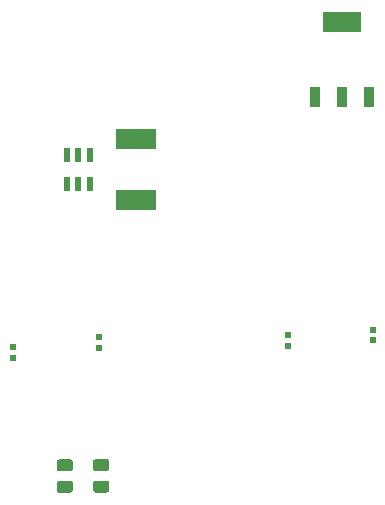
<source format=gbr>
%TF.GenerationSoftware,KiCad,Pcbnew,(5.1.9)-1*%
%TF.CreationDate,2021-10-15T13:48:39-04:00*%
%TF.ProjectId,ECE477_motorcontroller,45434534-3737-45f6-9d6f-746f72636f6e,rev?*%
%TF.SameCoordinates,Original*%
%TF.FileFunction,Paste,Bot*%
%TF.FilePolarity,Positive*%
%FSLAX46Y46*%
G04 Gerber Fmt 4.6, Leading zero omitted, Abs format (unit mm)*
G04 Created by KiCad (PCBNEW (5.1.9)-1) date 2021-10-15 13:48:39*
%MOMM*%
%LPD*%
G01*
G04 APERTURE LIST*
%ADD10R,3.200000X1.750000*%
%ADD11R,0.950000X1.750000*%
%ADD12R,3.400000X1.800000*%
%ADD13R,0.600000X1.250000*%
%ADD14R,0.620000X0.600000*%
G04 APERTURE END LIST*
%TO.C,R2*%
G36*
G01*
X131700001Y-79675000D02*
X130799999Y-79675000D01*
G75*
G02*
X130550000Y-79425001I0J249999D01*
G01*
X130550000Y-78899999D01*
G75*
G02*
X130799999Y-78650000I249999J0D01*
G01*
X131700001Y-78650000D01*
G75*
G02*
X131950000Y-78899999I0J-249999D01*
G01*
X131950000Y-79425001D01*
G75*
G02*
X131700001Y-79675000I-249999J0D01*
G01*
G37*
G36*
G01*
X131700001Y-81500000D02*
X130799999Y-81500000D01*
G75*
G02*
X130550000Y-81250001I0J249999D01*
G01*
X130550000Y-80724999D01*
G75*
G02*
X130799999Y-80475000I249999J0D01*
G01*
X131700001Y-80475000D01*
G75*
G02*
X131950000Y-80724999I0J-249999D01*
G01*
X131950000Y-81250001D01*
G75*
G02*
X131700001Y-81500000I-249999J0D01*
G01*
G37*
%TD*%
%TO.C,R1*%
G36*
G01*
X134775001Y-79650000D02*
X133874999Y-79650000D01*
G75*
G02*
X133625000Y-79400001I0J249999D01*
G01*
X133625000Y-78874999D01*
G75*
G02*
X133874999Y-78625000I249999J0D01*
G01*
X134775001Y-78625000D01*
G75*
G02*
X135025000Y-78874999I0J-249999D01*
G01*
X135025000Y-79400001D01*
G75*
G02*
X134775001Y-79650000I-249999J0D01*
G01*
G37*
G36*
G01*
X134775001Y-81475000D02*
X133874999Y-81475000D01*
G75*
G02*
X133625000Y-81225001I0J249999D01*
G01*
X133625000Y-80699999D01*
G75*
G02*
X133874999Y-80450000I249999J0D01*
G01*
X134775001Y-80450000D01*
G75*
G02*
X135025000Y-80699999I0J-249999D01*
G01*
X135025000Y-81225001D01*
G75*
G02*
X134775001Y-81475000I-249999J0D01*
G01*
G37*
%TD*%
D10*
%TO.C,IC6*%
X154700000Y-41650000D03*
D11*
X152400000Y-47950000D03*
X154700000Y-47950000D03*
X157000000Y-47950000D03*
%TD*%
D12*
%TO.C,Rsense1*%
X137250000Y-56700000D03*
X137250000Y-51500000D03*
%TD*%
D13*
%TO.C,IC5*%
X131450000Y-52850000D03*
X132400000Y-52850000D03*
X133350000Y-52850000D03*
X133350000Y-55350000D03*
X132400000Y-55350000D03*
X131450000Y-55350000D03*
%TD*%
D14*
%TO.C,C5*%
X157300000Y-68585000D03*
X157300000Y-67665000D03*
%TD*%
%TO.C,C10*%
X150114000Y-69040000D03*
X150114000Y-68120000D03*
%TD*%
%TO.C,C6*%
X134112000Y-69246000D03*
X134112000Y-68326000D03*
%TD*%
%TO.C,C4*%
X126848000Y-70038000D03*
X126848000Y-69118000D03*
%TD*%
M02*

</source>
